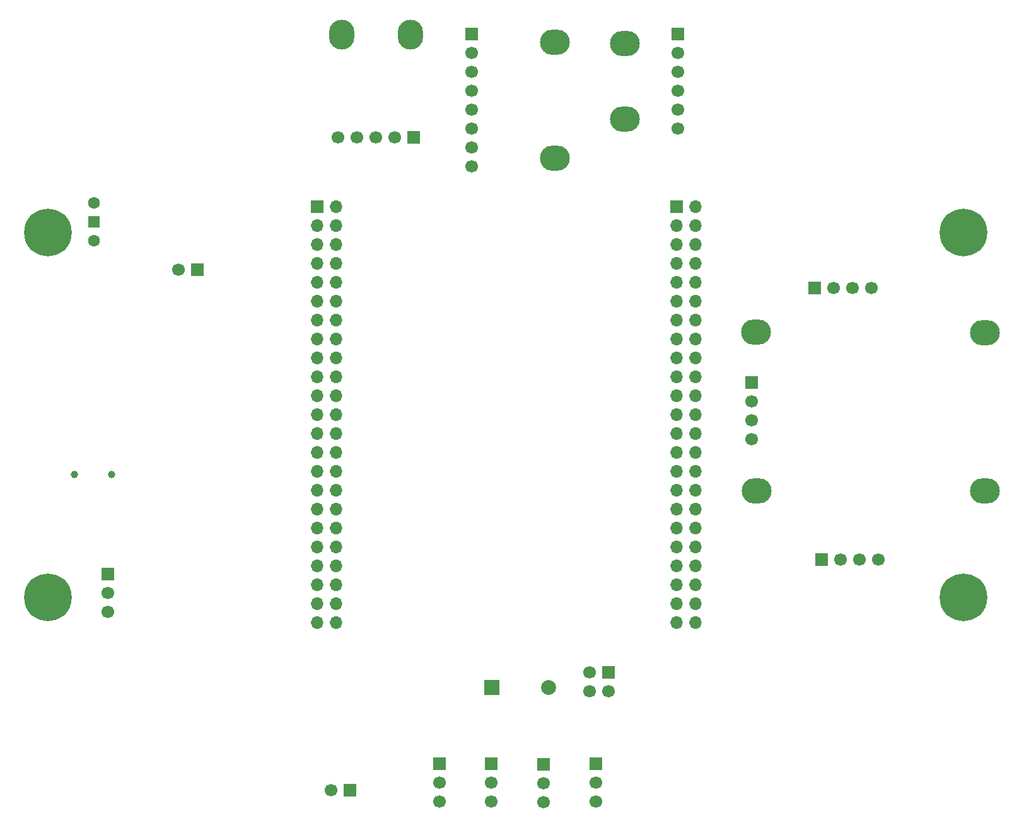
<source format=gbr>
%TF.GenerationSoftware,KiCad,Pcbnew,9.0.2*%
%TF.CreationDate,2025-07-11T17:47:35+09:00*%
%TF.ProjectId,Drone_FC_V1.0,44726f6e-655f-4464-935f-56312e302e6b,rev?*%
%TF.SameCoordinates,Original*%
%TF.FileFunction,Soldermask,Bot*%
%TF.FilePolarity,Negative*%
%FSLAX46Y46*%
G04 Gerber Fmt 4.6, Leading zero omitted, Abs format (unit mm)*
G04 Created by KiCad (PCBNEW 9.0.2) date 2025-07-11 17:47:35*
%MOMM*%
%LPD*%
G01*
G04 APERTURE LIST*
%ADD10O,4.000000X3.400000*%
%ADD11R,1.700000X1.700000*%
%ADD12C,1.700000*%
%ADD13C,3.600000*%
%ADD14C,6.400000*%
%ADD15R,1.500000X1.500000*%
%ADD16C,1.600000*%
%ADD17C,1.000000*%
%ADD18O,3.400000X4.000000*%
%ADD19O,1.700000X1.700000*%
%ADD20R,2.000000X2.000000*%
%ADD21C,2.000000*%
G04 APERTURE END LIST*
D10*
%TO.C,U8*%
X166445000Y-43100000D03*
X166470000Y-53275000D03*
D11*
X173520000Y-41850000D03*
D12*
X173520000Y-44390000D03*
X173520000Y-46930000D03*
X173520000Y-49470000D03*
X173520000Y-52010000D03*
X173520000Y-54550000D03*
%TD*%
D13*
%TO.C,H2*%
X211894444Y-68499999D03*
D14*
X211894444Y-68499999D03*
%TD*%
D11*
%TO.C,J11*%
X162539415Y-139881642D03*
D12*
X162539415Y-142421642D03*
X162539415Y-144961642D03*
%TD*%
D15*
%TO.C,SW2*%
X95120000Y-67090000D03*
D16*
X95120000Y-69630000D03*
X95120000Y-64550000D03*
%TD*%
D17*
%TO.C,TP2*%
X97500000Y-101000000D03*
%TD*%
D11*
%TO.C,J6*%
X164270000Y-127650000D03*
D12*
X164270000Y-130190000D03*
X161730000Y-127650000D03*
X161730000Y-130190000D03*
%TD*%
D11*
%TO.C,J8*%
X141500000Y-139920000D03*
D12*
X141500000Y-142460000D03*
X141500000Y-145000000D03*
%TD*%
D11*
%TO.C,J9*%
X148500000Y-139920000D03*
D12*
X148500000Y-142460000D03*
X148500000Y-145000000D03*
%TD*%
D10*
%TO.C,U4*%
X156990000Y-42935000D03*
X156990000Y-58510000D03*
D11*
X145890000Y-41860000D03*
D12*
X145890000Y-44400000D03*
X145890000Y-46940000D03*
X145890000Y-49480000D03*
X145890000Y-52020000D03*
X145890000Y-54560000D03*
X145890000Y-57100000D03*
X145890000Y-59640000D03*
%TD*%
D11*
%TO.C,J4*%
X191880000Y-76000000D03*
D12*
X194420000Y-76000000D03*
X196960000Y-76000000D03*
X199500000Y-76000000D03*
%TD*%
D11*
%TO.C,J7*%
X97000000Y-114420000D03*
D12*
X97000000Y-116960000D03*
X97000000Y-119500000D03*
%TD*%
D11*
%TO.C,J1*%
X192880000Y-112500000D03*
D12*
X195420000Y-112500000D03*
X197960000Y-112500000D03*
X200500000Y-112500000D03*
%TD*%
D13*
%TO.C,H3*%
X211894444Y-117553823D03*
D14*
X211894444Y-117553823D03*
%TD*%
D11*
%TO.C,J3*%
X109000000Y-73500000D03*
D12*
X106460000Y-73500000D03*
%TD*%
D13*
%TO.C,H1*%
X89000000Y-117553823D03*
D14*
X89000000Y-117553823D03*
%TD*%
D18*
%TO.C,U5*%
X137601890Y-41955378D03*
X128401890Y-41955378D03*
D11*
X138106890Y-55755378D03*
D12*
X135566890Y-55755378D03*
X133026890Y-55755378D03*
X130486890Y-55755378D03*
X127946890Y-55755378D03*
%TD*%
D11*
%TO.C,J2*%
X129500000Y-143500000D03*
D12*
X126960000Y-143500000D03*
%TD*%
D11*
%TO.C,J5*%
X125125000Y-65100000D03*
D19*
X127665000Y-65100000D03*
X125125000Y-67640000D03*
X127665000Y-67640000D03*
X125125000Y-70180000D03*
X127665000Y-70180000D03*
X125125000Y-72720000D03*
X127665000Y-72720000D03*
X125125000Y-75260000D03*
X127665000Y-75260000D03*
X125125000Y-77800000D03*
X127665000Y-77800000D03*
X125125000Y-80340000D03*
X127665000Y-80340000D03*
X125125000Y-82880000D03*
X127665000Y-82880000D03*
X125125000Y-85420000D03*
X127665000Y-85420000D03*
X125125000Y-87960000D03*
X127665000Y-87960000D03*
X125125000Y-90500000D03*
X127665000Y-90500000D03*
X125125000Y-93040000D03*
X127665000Y-93040000D03*
X125125000Y-95580000D03*
X127665000Y-95580000D03*
X125125000Y-98120000D03*
X127665000Y-98120000D03*
X125125000Y-100660000D03*
X127665000Y-100660000D03*
X125125000Y-103200000D03*
X127665000Y-103200000D03*
X125125000Y-105740000D03*
X127665000Y-105740000D03*
X125125000Y-108280000D03*
X127665000Y-108280000D03*
X125125000Y-110820000D03*
X127665000Y-110820000D03*
X125125000Y-113360000D03*
X127665000Y-113360000D03*
X125125000Y-115900000D03*
X127665000Y-115900000D03*
X125125000Y-118440000D03*
X127665000Y-118440000D03*
X125125000Y-120980000D03*
X127665000Y-120980000D03*
D11*
X173385000Y-65100000D03*
D19*
X175925000Y-65100000D03*
X173385000Y-67640000D03*
X175925000Y-67640000D03*
X173385000Y-70180000D03*
X175925000Y-70180000D03*
X173385000Y-72720000D03*
X175925000Y-72720000D03*
X173385000Y-75260000D03*
X175925000Y-75260000D03*
X173385000Y-77800000D03*
X175925000Y-77800000D03*
X173385000Y-80340000D03*
X175925000Y-80340000D03*
X173385000Y-82880000D03*
X175925000Y-82880000D03*
X173385000Y-85420000D03*
X175925000Y-85420000D03*
X173385000Y-87960000D03*
X175925000Y-87960000D03*
X173385000Y-90500000D03*
X175925000Y-90500000D03*
X173385000Y-93040000D03*
X175925000Y-93040000D03*
X173385000Y-95580000D03*
X175925000Y-95580000D03*
X173385000Y-98120000D03*
X175925000Y-98120000D03*
X173385000Y-100660000D03*
X175925000Y-100660000D03*
X173385000Y-103200000D03*
X175925000Y-103200000D03*
X173385000Y-105740000D03*
X175925000Y-105740000D03*
X173385000Y-108280000D03*
X175925000Y-108280000D03*
X173385000Y-110820000D03*
X175925000Y-110820000D03*
X173385000Y-113360000D03*
X175925000Y-113360000D03*
X173385000Y-115900000D03*
X175925000Y-115900000D03*
X173385000Y-118440000D03*
X175925000Y-118440000D03*
X173385000Y-120980000D03*
X175925000Y-120980000D03*
%TD*%
D10*
%TO.C,U3*%
X184100000Y-103250000D03*
X214800000Y-103250000D03*
X214800000Y-81950000D03*
X184050000Y-81900000D03*
D11*
X183450000Y-88640000D03*
D12*
X183450000Y-91180000D03*
X183450000Y-93720000D03*
X183450000Y-96260000D03*
%TD*%
D13*
%TO.C,H4*%
X89000000Y-68500000D03*
D14*
X89000000Y-68500000D03*
%TD*%
D20*
%TO.C,BZ1*%
X148580000Y-129640000D03*
D21*
X156180000Y-129640000D03*
%TD*%
D17*
%TO.C,TP1*%
X92500000Y-101000000D03*
%TD*%
D11*
%TO.C,J10*%
X155500000Y-139960000D03*
D12*
X155500000Y-142500000D03*
X155500000Y-145040000D03*
%TD*%
M02*

</source>
